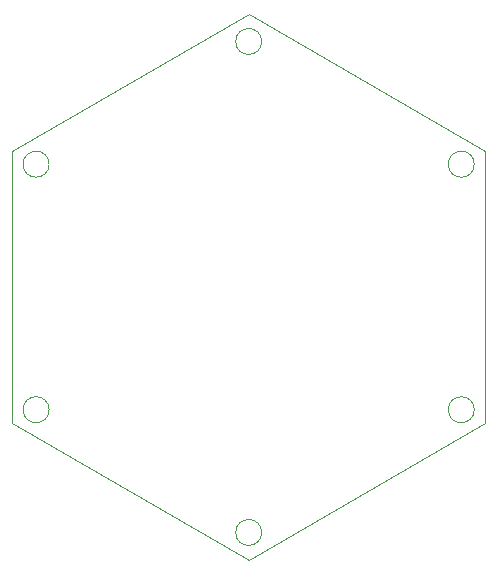
<source format=gbr>
%TF.GenerationSoftware,KiCad,Pcbnew,(6.0.4)*%
%TF.CreationDate,2023-05-25T13:34:33-04:00*%
%TF.ProjectId,PWR,5057522e-6b69-4636-9164-5f7063625858,rev?*%
%TF.SameCoordinates,Original*%
%TF.FileFunction,Profile,NP*%
%FSLAX46Y46*%
G04 Gerber Fmt 4.6, Leading zero omitted, Abs format (unit mm)*
G04 Created by KiCad (PCBNEW (6.0.4)) date 2023-05-25 13:34:33*
%MOMM*%
%LPD*%
G01*
G04 APERTURE LIST*
%TA.AperFunction,Profile*%
%ADD10C,0.100000*%
%TD*%
G04 APERTURE END LIST*
D10*
X127000000Y-83858984D02*
X127000000Y-106952994D01*
X148100000Y-74621379D02*
G75*
G03*
X148100000Y-74621379I-1100000J0D01*
G01*
X130100000Y-85013684D02*
G75*
G03*
X130100000Y-85013684I-1100000J0D01*
G01*
X147000000Y-72311978D02*
X127000000Y-83858984D01*
X148100000Y-116190599D02*
G75*
G03*
X148100000Y-116190599I-1100000J0D01*
G01*
X166100000Y-105798294D02*
G75*
G03*
X166100000Y-105798294I-1100000J0D01*
G01*
X127000000Y-106952994D02*
X147000000Y-118500000D01*
X130100000Y-105798294D02*
G75*
G03*
X130100000Y-105798294I-1100000J0D01*
G01*
X167000000Y-106952994D02*
X167000000Y-83858984D01*
X167000000Y-83858984D02*
X147000000Y-72311978D01*
X147000000Y-118500000D02*
X167000000Y-106952994D01*
X166100000Y-85013684D02*
G75*
G03*
X166100000Y-85013684I-1100000J0D01*
G01*
M02*

</source>
